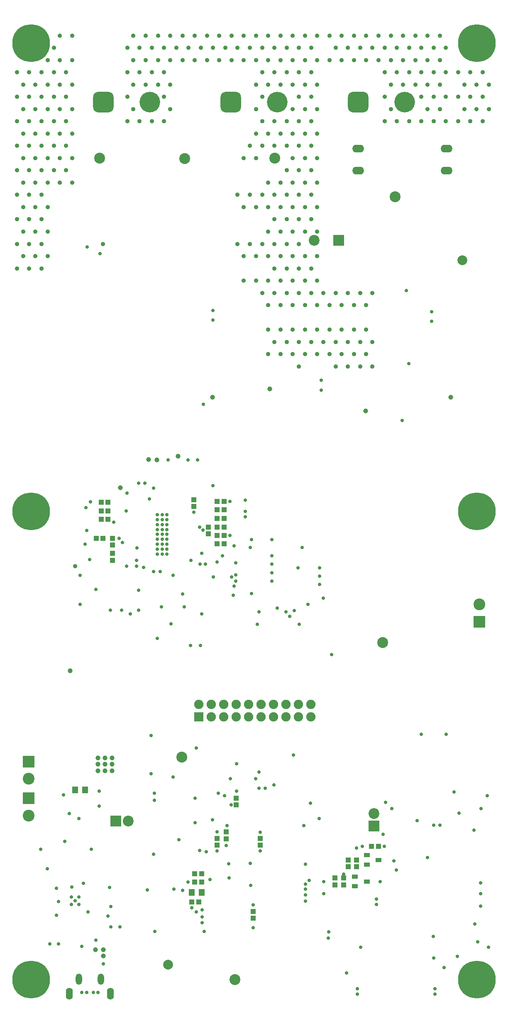
<source format=gbs>
G04 Layer_Color=16711935*
%FSLAX44Y44*%
%MOMM*%
G71*
G01*
G75*
%ADD22C,1.0000*%
%ADD69R,2.2000X2.2000*%
%ADD70C,2.2000*%
%ADD79C,0.7000*%
%ADD96R,1.0500X1.0500*%
%ADD98C,2.0000*%
%ADD106R,1.0500X1.0500*%
%ADD109R,1.2000X1.4500*%
%ADD124R,1.2000X0.9000*%
%ADD135O,1.3000X2.3000*%
%ADD136O,1.4000X2.4000*%
G04:AMPARAMS|DCode=137|XSize=4.2mm|YSize=4.2mm|CornerRadius=1.1mm|HoleSize=0mm|Usage=FLASHONLY|Rotation=180.000|XOffset=0mm|YOffset=0mm|HoleType=Round|Shape=RoundedRectangle|*
%AMROUNDEDRECTD137*
21,1,4.2000,2.0000,0,0,180.0*
21,1,2.0000,4.2000,0,0,180.0*
1,1,2.2000,-1.0000,1.0000*
1,1,2.2000,1.0000,1.0000*
1,1,2.2000,1.0000,-1.0000*
1,1,2.2000,-1.0000,-1.0000*
%
%ADD137ROUNDEDRECTD137*%
%ADD138C,4.2000*%
%ADD139R,2.4000X2.4000*%
%ADD140C,2.4000*%
%ADD141C,7.7000*%
%ADD142O,2.4000X1.6000*%
%ADD143R,2.2000X2.2000*%
%ADD144C,1.9000*%
%ADD145R,1.9000X1.9000*%
%ADD146C,2.2320*%
%ADD147C,0.9000*%
D22*
X-97500Y973000D02*
D03*
X-200469Y600000D02*
D03*
X-132500Y31000D02*
D03*
X-148500D02*
D03*
X-132500Y18000D02*
D03*
X90590Y1157500D02*
D03*
X207500Y1174500D02*
D03*
X402500Y1129500D02*
D03*
X576000Y1157500D02*
D03*
X-40000Y1030500D02*
D03*
X19999Y1037502D02*
D03*
X-115000Y409000D02*
D03*
Y422000D02*
D03*
X-129000D02*
D03*
Y409000D02*
D03*
X-143000Y422000D02*
D03*
Y409000D02*
D03*
Y396000D02*
D03*
X-129000D02*
D03*
X-115000D02*
D03*
X-23000Y1030000D02*
D03*
D69*
X420000Y283231D02*
D03*
D70*
X297500Y1477500D02*
D03*
X-81800Y293000D02*
D03*
X420000Y308631D02*
D03*
D79*
X72000Y1143000D02*
D03*
X137500Y820000D02*
D03*
X507500Y294069D02*
D03*
X-176000Y38000D02*
D03*
X-84000Y962000D02*
D03*
X-160000Y827000D02*
D03*
X139000Y354000D02*
D03*
X-197469Y123500D02*
D03*
X-189969Y131000D02*
D03*
X-182469Y123500D02*
D03*
Y138500D02*
D03*
X-197469D02*
D03*
X139580Y410000D02*
D03*
X73000Y68000D02*
D03*
X-27000Y68000D02*
D03*
X90000Y296000D02*
D03*
X-43021Y152890D02*
D03*
X-30000Y225400D02*
D03*
X64000Y233000D02*
D03*
X290000Y329676D02*
D03*
X308047Y298000D02*
D03*
X277000Y284000D02*
D03*
X120000D02*
D03*
X100000Y270953D02*
D03*
Y232000D02*
D03*
X118590Y243000D02*
D03*
X85000Y174000D02*
D03*
X48000Y116000D02*
D03*
X57000Y108000D02*
D03*
X40000Y169000D02*
D03*
X55000Y340000D02*
D03*
Y290000D02*
D03*
X-98500Y77000D02*
D03*
X-117000D02*
D03*
X-228000Y101000D02*
D03*
X-120000Y158000D02*
D03*
X-172919Y166500D02*
D03*
X-246469Y195500D02*
D03*
X-223969Y43000D02*
D03*
X-241469D02*
D03*
X-228000Y156000D02*
D03*
X-132500Y2000D02*
D03*
X-143500Y-56000D02*
D03*
X-153000D02*
D03*
X102000Y350000D02*
D03*
X128000Y326000D02*
D03*
X216000Y367000D02*
D03*
X178000Y379277D02*
D03*
X126869D02*
D03*
X10000Y383000D02*
D03*
X123590Y206000D02*
D03*
X22000Y255454D02*
D03*
X29000Y152000D02*
D03*
X69000Y112000D02*
D03*
X78000Y231000D02*
D03*
X124000Y177000D02*
D03*
X198000Y360000D02*
D03*
X185000Y393000D02*
D03*
Y360000D02*
D03*
X137500Y782500D02*
D03*
X-147500Y766000D02*
D03*
X185000Y720000D02*
D03*
X157000Y925000D02*
D03*
Y914000D02*
D03*
X-60000Y982500D02*
D03*
X-180000Y735000D02*
D03*
X-165750Y1464500D02*
D03*
X-111000Y903000D02*
D03*
X133933Y772500D02*
D03*
X132500Y754000D02*
D03*
X477500Y1110000D02*
D03*
X-65000Y825000D02*
D03*
X52500Y923000D02*
D03*
X64000Y893000D02*
D03*
X71000Y887000D02*
D03*
X92000Y791000D02*
D03*
X46000Y825000D02*
D03*
X265000Y810000D02*
D03*
X10000Y794500D02*
D03*
X-16000Y802500D02*
D03*
X-30000D02*
D03*
X173590Y121953D02*
D03*
X-64000Y850000D02*
D03*
X-180000Y794547D02*
D03*
X-118000Y723547D02*
D03*
X-95000D02*
D03*
X-77500Y716000D02*
D03*
X68000D02*
D03*
X-60000Y723000D02*
D03*
X211500Y782500D02*
D03*
Y800000D02*
D03*
Y817500D02*
D03*
X211000Y867500D02*
D03*
X309000Y792500D02*
D03*
Y775500D02*
D03*
X-60000Y764000D02*
D03*
X129000Y791000D02*
D03*
X5500Y695500D02*
D03*
X65500Y651000D02*
D03*
X-22500Y666000D02*
D03*
X309000Y810000D02*
D03*
X126000Y945500D02*
D03*
X490750Y1226500D02*
D03*
X485500Y1375000D02*
D03*
X0Y1030000D02*
D03*
X60000D02*
D03*
X40000D02*
D03*
X157000Y948000D02*
D03*
X211000Y834000D02*
D03*
X91090Y1335000D02*
D03*
X312500Y1172500D02*
D03*
Y1192500D02*
D03*
X537000Y1332500D02*
D03*
Y1312500D02*
D03*
X-139469Y1450469D02*
D03*
X285000Y735000D02*
D03*
X316000Y748000D02*
D03*
X222000Y727500D02*
D03*
X170000Y867500D02*
D03*
X68000Y839000D02*
D03*
X100000Y822000D02*
D03*
X111000Y834000D02*
D03*
X65000Y817500D02*
D03*
X76000Y817000D02*
D03*
X137500Y795000D02*
D03*
X32593Y730000D02*
D03*
X-14047D02*
D03*
X29590Y756000D02*
D03*
X-85000Y813000D02*
D03*
X-50000Y811000D02*
D03*
X-65000Y813000D02*
D03*
X91090Y977500D02*
D03*
X133933Y855000D02*
D03*
X-34698Y467500D02*
D03*
X317500Y170000D02*
D03*
Y145000D02*
D03*
X432000Y170000D02*
D03*
X358000Y185000D02*
D03*
X460000Y212000D02*
D03*
X529000Y219000D02*
D03*
X280000Y165000D02*
D03*
Y205000D02*
D03*
Y154500D02*
D03*
X287500Y171953D02*
D03*
X443000Y331000D02*
D03*
X438000Y266000D02*
D03*
X465000Y193000D02*
D03*
X280000Y142453D02*
D03*
X637500Y167500D02*
D03*
X280000Y130000D02*
D03*
X637500Y145000D02*
D03*
Y120000D02*
D03*
X392500Y35500D02*
D03*
X327500Y67500D02*
D03*
X326500Y54500D02*
D03*
X653000Y35500D02*
D03*
X631000Y47000D02*
D03*
X364000Y-17000D02*
D03*
X542000Y14000D02*
D03*
X590000Y17000D02*
D03*
X541000Y57499D02*
D03*
X625500Y83000D02*
D03*
X386000Y-48500D02*
D03*
Y-59500D02*
D03*
X543918Y-48500D02*
D03*
Y-59500D02*
D03*
X384000Y238000D02*
D03*
X425000Y134500D02*
D03*
Y123499D02*
D03*
X456000Y319000D02*
D03*
X516600Y470000D02*
D03*
X567400D02*
D03*
X45500Y651000D02*
D03*
X542000Y285000D02*
D03*
X554700D02*
D03*
X593038Y308962D02*
D03*
X624000Y275000D02*
D03*
X651000Y345000D02*
D03*
X638000Y318826D02*
D03*
X583000Y352500D02*
D03*
X115000Y344840D02*
D03*
X167000Y207000D02*
D03*
X-28550Y336000D02*
D03*
Y350000D02*
D03*
X-141000Y324126D02*
D03*
X-34698Y390000D02*
D03*
X11590Y154500D02*
D03*
X69158Y98000D02*
D03*
Y86000D02*
D03*
X-182469Y298000D02*
D03*
X-202000Y308631D02*
D03*
X-260000Y235500D02*
D03*
X-157000D02*
D03*
X-211000Y252000D02*
D03*
X-197000Y159000D02*
D03*
X-117000Y118500D02*
D03*
X-176000Y-56000D02*
D03*
X-166500D02*
D03*
X168590Y161953D02*
D03*
X188000Y232000D02*
D03*
X57000Y442277D02*
D03*
X255000Y428000D02*
D03*
X563000Y-6000D02*
D03*
X-47501Y982502D02*
D03*
X-159000Y944000D02*
D03*
X-86000Y926000D02*
D03*
X170000Y757000D02*
D03*
X333000Y632500D02*
D03*
X167340Y851000D02*
D03*
X240000Y720000D02*
D03*
X273000Y851000D02*
D03*
X257000Y722500D02*
D03*
X248000Y711000D02*
D03*
X182000Y695000D02*
D03*
X-2500Y918000D02*
D03*
Y908000D02*
D03*
Y898000D02*
D03*
Y888000D02*
D03*
Y878000D02*
D03*
X-12500Y888000D02*
D03*
Y898000D02*
D03*
Y908000D02*
D03*
Y918000D02*
D03*
X-22500Y858000D02*
D03*
Y848000D02*
D03*
Y838000D02*
D03*
Y868000D02*
D03*
Y878000D02*
D03*
Y888000D02*
D03*
Y898000D02*
D03*
Y908000D02*
D03*
Y918000D02*
D03*
X126000Y876161D02*
D03*
X-12500Y878000D02*
D03*
Y868000D02*
D03*
Y848000D02*
D03*
Y858000D02*
D03*
Y838000D02*
D03*
X-2500Y848000D02*
D03*
Y858000D02*
D03*
Y838000D02*
D03*
Y868000D02*
D03*
X267000Y695000D02*
D03*
X-214000Y346660D02*
D03*
X-141000Y354000D02*
D03*
X91071Y1314929D02*
D03*
X-100000Y870000D02*
D03*
X-166000Y886000D02*
D03*
X-93000Y861000D02*
D03*
X-170000Y858000D02*
D03*
X-167500Y932500D02*
D03*
X-38000Y950500D02*
D03*
X-30000Y972500D02*
D03*
X-123000Y99000D02*
D03*
X-164000Y108000D02*
D03*
X173590Y75410D02*
D03*
X188000Y270000D02*
D03*
X-224000Y129000D02*
D03*
X-147500Y50500D02*
D03*
X396000Y242000D02*
D03*
X441000D02*
D03*
D96*
X114000Y945500D02*
D03*
X100000D02*
D03*
X114000Y928000D02*
D03*
X100000D02*
D03*
X100000Y893000D02*
D03*
X114000D02*
D03*
X100000Y910500D02*
D03*
X114000D02*
D03*
X100000Y858500D02*
D03*
X114000D02*
D03*
X100000Y876000D02*
D03*
X114000D02*
D03*
X415000Y242000D02*
D03*
X429000D02*
D03*
X-123000Y943500D02*
D03*
X-137000D02*
D03*
Y926000D02*
D03*
X-123000D02*
D03*
Y908500D02*
D03*
X-137000D02*
D03*
X-133000Y870000D02*
D03*
X-147000D02*
D03*
X54000Y186000D02*
D03*
X68000D02*
D03*
X54000Y169000D02*
D03*
X68000D02*
D03*
X62000Y128000D02*
D03*
X48000D02*
D03*
D98*
X600000Y1437500D02*
D03*
X0Y0D02*
D03*
D106*
X52500Y935000D02*
D03*
Y949000D02*
D03*
X82000Y879000D02*
D03*
Y893000D02*
D03*
X-114000Y856000D02*
D03*
Y870000D02*
D03*
X-114000Y825000D02*
D03*
Y839000D02*
D03*
X138590Y326000D02*
D03*
Y340000D02*
D03*
X188000Y244000D02*
D03*
Y258000D02*
D03*
X118590Y270953D02*
D03*
Y256953D02*
D03*
X100000Y244000D02*
D03*
Y258000D02*
D03*
X173590Y94953D02*
D03*
Y108953D02*
D03*
X340500Y162984D02*
D03*
Y176984D02*
D03*
X358000Y162984D02*
D03*
Y176984D02*
D03*
X384000Y214000D02*
D03*
Y200000D02*
D03*
X367000Y214000D02*
D03*
Y200000D02*
D03*
D109*
X-170000Y357000D02*
D03*
X-190000D02*
D03*
X48000Y148000D02*
D03*
X68000D02*
D03*
D124*
X381000Y160484D02*
D03*
Y179484D02*
D03*
X405000Y169984D02*
D03*
X405000Y204500D02*
D03*
Y223500D02*
D03*
X429000Y214000D02*
D03*
D135*
X-137750Y-29000D02*
D03*
X-182250D02*
D03*
D136*
X-118250Y-59000D02*
D03*
X-201750D02*
D03*
D137*
X-132500Y1760000D02*
D03*
X127500Y1760000D02*
D03*
X387500Y1760000D02*
D03*
D138*
X-37500D02*
D03*
X222500Y1760000D02*
D03*
X482500Y1760000D02*
D03*
D139*
X-285000Y414660D02*
D03*
Y339660D02*
D03*
X635000Y700000D02*
D03*
D140*
X-285000Y379660D02*
D03*
Y304660D02*
D03*
X635000Y735000D02*
D03*
D141*
X-280000Y1880000D02*
D03*
X630000Y1880000D02*
D03*
X-280000Y-30000D02*
D03*
X630000Y-30000D02*
D03*
X-280000Y925000D02*
D03*
X630000D02*
D03*
D142*
X387500Y1620000D02*
D03*
Y1665000D02*
D03*
X567500Y1620000D02*
D03*
Y1665000D02*
D03*
D143*
X347500Y1477500D02*
D03*
X-107200Y293000D02*
D03*
D144*
X138990Y531496D02*
D03*
Y506096D02*
D03*
X113590Y531496D02*
D03*
Y506096D02*
D03*
X88190Y531496D02*
D03*
Y506096D02*
D03*
X62790Y531496D02*
D03*
X164390Y506096D02*
D03*
Y531496D02*
D03*
X189790Y506096D02*
D03*
Y531496D02*
D03*
X215190Y506096D02*
D03*
Y531496D02*
D03*
X240590Y506096D02*
D03*
Y531496D02*
D03*
X265990D02*
D03*
Y506096D02*
D03*
X291390D02*
D03*
Y531496D02*
D03*
D145*
X62790Y506096D02*
D03*
D146*
X33211Y1644500D02*
D03*
X463000Y1567000D02*
D03*
X-140000Y1645000D02*
D03*
X28000Y424000D02*
D03*
X136000Y-30000D02*
D03*
X437500Y657500D02*
D03*
X217500Y1645000D02*
D03*
D147*
X641500Y1820524D02*
D03*
X654000Y1795524D02*
D03*
X641500Y1770524D02*
D03*
X654000Y1745524D02*
D03*
X641500Y1720524D02*
D03*
X616500Y1820524D02*
D03*
X629000Y1795524D02*
D03*
X616500Y1770524D02*
D03*
X629000Y1745524D02*
D03*
X616500Y1720524D02*
D03*
X591500Y1820524D02*
D03*
X604000Y1795524D02*
D03*
X591500Y1770524D02*
D03*
X604000Y1745524D02*
D03*
X591500Y1720524D02*
D03*
X566500Y1870524D02*
D03*
Y1820524D02*
D03*
Y1770524D02*
D03*
Y1720524D02*
D03*
X554000Y1895524D02*
D03*
X541500Y1870524D02*
D03*
X554000Y1845524D02*
D03*
X541500Y1820524D02*
D03*
X554000Y1795524D02*
D03*
X541500Y1770524D02*
D03*
X554000Y1745524D02*
D03*
X541500Y1720524D02*
D03*
X529000Y1895524D02*
D03*
X516500Y1870524D02*
D03*
X529000Y1845524D02*
D03*
X516500Y1820524D02*
D03*
X529000Y1795524D02*
D03*
X516500Y1770524D02*
D03*
X529000Y1745524D02*
D03*
X516500Y1720524D02*
D03*
X504000Y1895524D02*
D03*
X491500Y1870524D02*
D03*
X504000Y1845524D02*
D03*
X491500Y1820524D02*
D03*
X504000Y1795524D02*
D03*
X491500Y1720524D02*
D03*
X479000Y1895524D02*
D03*
X466500Y1870524D02*
D03*
X479000Y1845524D02*
D03*
X466500Y1820524D02*
D03*
X479000Y1795524D02*
D03*
X466500Y1720524D02*
D03*
X454000Y1895524D02*
D03*
X441500Y1870524D02*
D03*
X454000Y1845524D02*
D03*
X441500Y1820524D02*
D03*
X454000Y1795524D02*
D03*
X441500Y1770524D02*
D03*
X454000Y1745524D02*
D03*
X441500Y1720524D02*
D03*
X429000Y1895524D02*
D03*
X416500Y1870524D02*
D03*
X429000Y1845524D02*
D03*
X416500Y1370524D02*
D03*
Y1270524D02*
D03*
Y1220524D02*
D03*
X404000Y1895524D02*
D03*
X391500Y1870524D02*
D03*
X404000Y1845524D02*
D03*
X391500Y1370524D02*
D03*
X404000Y1345524D02*
D03*
Y1295524D02*
D03*
X391500Y1270524D02*
D03*
X404000Y1245524D02*
D03*
X391500Y1220524D02*
D03*
X379000Y1895524D02*
D03*
X366500Y1870524D02*
D03*
X379000Y1845524D02*
D03*
X366500Y1370524D02*
D03*
X379000Y1345524D02*
D03*
Y1295524D02*
D03*
X366500Y1270524D02*
D03*
X379000Y1245524D02*
D03*
X366500Y1220524D02*
D03*
X354000Y1895524D02*
D03*
X341500Y1870524D02*
D03*
X354000Y1845524D02*
D03*
X341500Y1370524D02*
D03*
X354000Y1345524D02*
D03*
Y1295524D02*
D03*
X341500Y1270524D02*
D03*
X354000Y1245524D02*
D03*
X341500Y1220524D02*
D03*
X329000Y1895524D02*
D03*
Y1845524D02*
D03*
X316500Y1370524D02*
D03*
X329000Y1345524D02*
D03*
Y1295524D02*
D03*
X316500Y1270524D02*
D03*
X329000Y1245524D02*
D03*
X304000Y1895524D02*
D03*
X291500Y1870524D02*
D03*
X304000Y1845524D02*
D03*
X291500Y1820524D02*
D03*
X304000Y1795524D02*
D03*
X291500Y1770524D02*
D03*
X304000Y1745524D02*
D03*
X291500Y1720524D02*
D03*
X304000Y1695524D02*
D03*
X291500Y1670524D02*
D03*
X304000Y1645524D02*
D03*
X291500Y1620524D02*
D03*
X304000Y1595524D02*
D03*
X291500Y1570524D02*
D03*
X304000Y1545524D02*
D03*
X291500Y1520524D02*
D03*
X304000Y1495524D02*
D03*
Y1445524D02*
D03*
X291500Y1420524D02*
D03*
X304000Y1395524D02*
D03*
X291500Y1370524D02*
D03*
X304000Y1345524D02*
D03*
Y1295524D02*
D03*
X291500Y1270524D02*
D03*
X304000Y1245524D02*
D03*
X279000Y1895524D02*
D03*
X266500Y1870524D02*
D03*
X279000Y1845524D02*
D03*
X266500Y1820524D02*
D03*
X279000Y1795524D02*
D03*
X266500Y1770524D02*
D03*
X279000Y1745524D02*
D03*
X266500Y1720524D02*
D03*
X279000Y1695524D02*
D03*
X266500Y1670524D02*
D03*
X279000Y1645524D02*
D03*
X266500Y1620524D02*
D03*
X279000Y1595524D02*
D03*
X266500Y1570524D02*
D03*
X279000Y1545524D02*
D03*
X266500Y1520524D02*
D03*
X279000Y1495524D02*
D03*
X266500Y1470524D02*
D03*
X279000Y1445524D02*
D03*
X266500Y1420524D02*
D03*
X279000Y1395524D02*
D03*
X266500Y1370524D02*
D03*
X279000Y1345524D02*
D03*
Y1295524D02*
D03*
X266500Y1270524D02*
D03*
X279000Y1245524D02*
D03*
X266500Y1220524D02*
D03*
X254000Y1895524D02*
D03*
X241500Y1870524D02*
D03*
X254000Y1845524D02*
D03*
X241500Y1820524D02*
D03*
X254000Y1795524D02*
D03*
Y1745524D02*
D03*
X241500Y1720524D02*
D03*
X254000Y1695524D02*
D03*
X241500Y1670524D02*
D03*
X254000Y1645524D02*
D03*
X241500Y1620524D02*
D03*
X254000Y1595524D02*
D03*
X241500Y1570524D02*
D03*
X254000Y1545524D02*
D03*
X241500Y1520524D02*
D03*
X254000Y1495524D02*
D03*
X241500Y1470524D02*
D03*
X254000Y1445524D02*
D03*
X241500Y1420524D02*
D03*
X254000Y1395524D02*
D03*
X241500Y1370524D02*
D03*
X254000Y1345524D02*
D03*
Y1295524D02*
D03*
X241500Y1270524D02*
D03*
X254000Y1245524D02*
D03*
X229000Y1895524D02*
D03*
X216500Y1870524D02*
D03*
X229000Y1845524D02*
D03*
X216500Y1820524D02*
D03*
X229000Y1795524D02*
D03*
X216500Y1720524D02*
D03*
X229000Y1695524D02*
D03*
X216500Y1670524D02*
D03*
X229000Y1595524D02*
D03*
X216500Y1570524D02*
D03*
X229000Y1545524D02*
D03*
X216500Y1520524D02*
D03*
X229000Y1495524D02*
D03*
X216500Y1470524D02*
D03*
X229000Y1445524D02*
D03*
X216500Y1420524D02*
D03*
X229000Y1395524D02*
D03*
X216500Y1370524D02*
D03*
X229000Y1345524D02*
D03*
Y1295524D02*
D03*
X216500Y1270524D02*
D03*
X229000Y1245524D02*
D03*
X204000Y1895524D02*
D03*
X191500Y1870524D02*
D03*
X204000Y1845524D02*
D03*
X191500Y1820524D02*
D03*
X204000Y1795524D02*
D03*
X191500Y1770524D02*
D03*
Y1720524D02*
D03*
X204000Y1695524D02*
D03*
X191500Y1670524D02*
D03*
X204000Y1595524D02*
D03*
X191500Y1570524D02*
D03*
X204000Y1545524D02*
D03*
Y1495524D02*
D03*
X191500Y1470524D02*
D03*
X204000Y1445524D02*
D03*
Y1395524D02*
D03*
X191500Y1370524D02*
D03*
X204000Y1345524D02*
D03*
Y1295524D02*
D03*
Y1245524D02*
D03*
X179000Y1895524D02*
D03*
X166500Y1870524D02*
D03*
X179000Y1845524D02*
D03*
Y1795524D02*
D03*
Y1745524D02*
D03*
Y1695524D02*
D03*
X166500Y1670524D02*
D03*
X179000Y1645524D02*
D03*
X166500Y1570524D02*
D03*
X179000Y1545524D02*
D03*
X166500Y1470524D02*
D03*
X179000Y1445524D02*
D03*
Y1395524D02*
D03*
X154000Y1895524D02*
D03*
X141500Y1870524D02*
D03*
X154000Y1845524D02*
D03*
Y1645524D02*
D03*
X141500Y1570524D02*
D03*
X154000Y1545524D02*
D03*
X141500Y1470524D02*
D03*
X154000Y1445524D02*
D03*
Y1395524D02*
D03*
X129000Y1895524D02*
D03*
X116500Y1870524D02*
D03*
X129000Y1845524D02*
D03*
X104000Y1895524D02*
D03*
X91500Y1870524D02*
D03*
X104000Y1845524D02*
D03*
X79000Y1895524D02*
D03*
X66500Y1870524D02*
D03*
X79000Y1845524D02*
D03*
X54000Y1895524D02*
D03*
X41500Y1870524D02*
D03*
X54000Y1845524D02*
D03*
X29000Y1895524D02*
D03*
X16500Y1870524D02*
D03*
X29000Y1845524D02*
D03*
X4000Y1895524D02*
D03*
X-8500Y1870524D02*
D03*
X4000Y1845524D02*
D03*
X-8500Y1820524D02*
D03*
X4000Y1795524D02*
D03*
X-8500Y1770524D02*
D03*
X4000Y1745524D02*
D03*
X-8500Y1720524D02*
D03*
X-21000Y1895524D02*
D03*
X-33500Y1870524D02*
D03*
X-21000Y1845524D02*
D03*
X-33500Y1820524D02*
D03*
X-21000Y1795524D02*
D03*
X-33500Y1720524D02*
D03*
X-46000Y1895524D02*
D03*
X-58500Y1870524D02*
D03*
X-46000Y1845524D02*
D03*
X-58500Y1820524D02*
D03*
X-46000Y1795524D02*
D03*
X-58500Y1720524D02*
D03*
X-71000Y1895524D02*
D03*
X-83500Y1870524D02*
D03*
X-71000Y1845524D02*
D03*
X-83500Y1820524D02*
D03*
X-71000Y1795524D02*
D03*
X-83500Y1770524D02*
D03*
X-71000Y1745524D02*
D03*
X-83500Y1720524D02*
D03*
X-133500Y1470524D02*
D03*
X-196000Y1895524D02*
D03*
Y1845524D02*
D03*
X-208500Y1820524D02*
D03*
X-196000Y1795524D02*
D03*
X-208500Y1770524D02*
D03*
X-196000Y1745524D02*
D03*
X-208500Y1720524D02*
D03*
X-196000Y1695524D02*
D03*
X-208500Y1670524D02*
D03*
X-196000Y1645524D02*
D03*
X-208500Y1620524D02*
D03*
X-196000Y1595524D02*
D03*
X-221000Y1895524D02*
D03*
X-233500Y1870524D02*
D03*
X-221000Y1845524D02*
D03*
X-233500Y1820524D02*
D03*
X-221000Y1795524D02*
D03*
X-233500Y1770524D02*
D03*
X-221000Y1745524D02*
D03*
X-233500Y1720524D02*
D03*
X-221000Y1695524D02*
D03*
X-233500Y1670524D02*
D03*
X-221000Y1645524D02*
D03*
X-233500Y1620524D02*
D03*
X-221000Y1595524D02*
D03*
X-246000Y1845524D02*
D03*
X-258500Y1820524D02*
D03*
X-246000Y1795524D02*
D03*
X-258500Y1770524D02*
D03*
X-246000Y1745524D02*
D03*
X-258500Y1720524D02*
D03*
X-246000Y1695524D02*
D03*
X-258500Y1670524D02*
D03*
X-246000Y1645524D02*
D03*
X-258500Y1620524D02*
D03*
X-246000Y1595524D02*
D03*
X-258500Y1570524D02*
D03*
X-246000Y1545524D02*
D03*
X-258500Y1520524D02*
D03*
X-246000Y1495524D02*
D03*
X-258500Y1470524D02*
D03*
X-246000Y1445524D02*
D03*
X-258500Y1420524D02*
D03*
X-283500Y1820524D02*
D03*
X-271000Y1795524D02*
D03*
X-283500Y1770524D02*
D03*
X-271000Y1745524D02*
D03*
X-283500Y1720524D02*
D03*
X-271000Y1695524D02*
D03*
X-283500Y1670524D02*
D03*
X-271000Y1645524D02*
D03*
X-283500Y1620524D02*
D03*
X-271000Y1595524D02*
D03*
X-283500Y1570524D02*
D03*
X-271000Y1545524D02*
D03*
X-283500Y1520524D02*
D03*
X-271000Y1495524D02*
D03*
X-283500Y1470524D02*
D03*
X-271000Y1445524D02*
D03*
X-283500Y1420524D02*
D03*
X-308500Y1820524D02*
D03*
X-296000Y1795524D02*
D03*
X-308500Y1770524D02*
D03*
X-296000Y1745524D02*
D03*
X-308500Y1720524D02*
D03*
X-296000Y1695524D02*
D03*
X-308500Y1670524D02*
D03*
X-296000Y1645524D02*
D03*
X-308500Y1620524D02*
D03*
X-296000Y1595524D02*
D03*
X-308500Y1570524D02*
D03*
X-296000Y1545524D02*
D03*
X-308500Y1520524D02*
D03*
X-296000Y1495524D02*
D03*
X-308500Y1470524D02*
D03*
X-296000Y1445524D02*
D03*
X-308500Y1420524D02*
D03*
X-190000Y813000D02*
D03*
M02*

</source>
